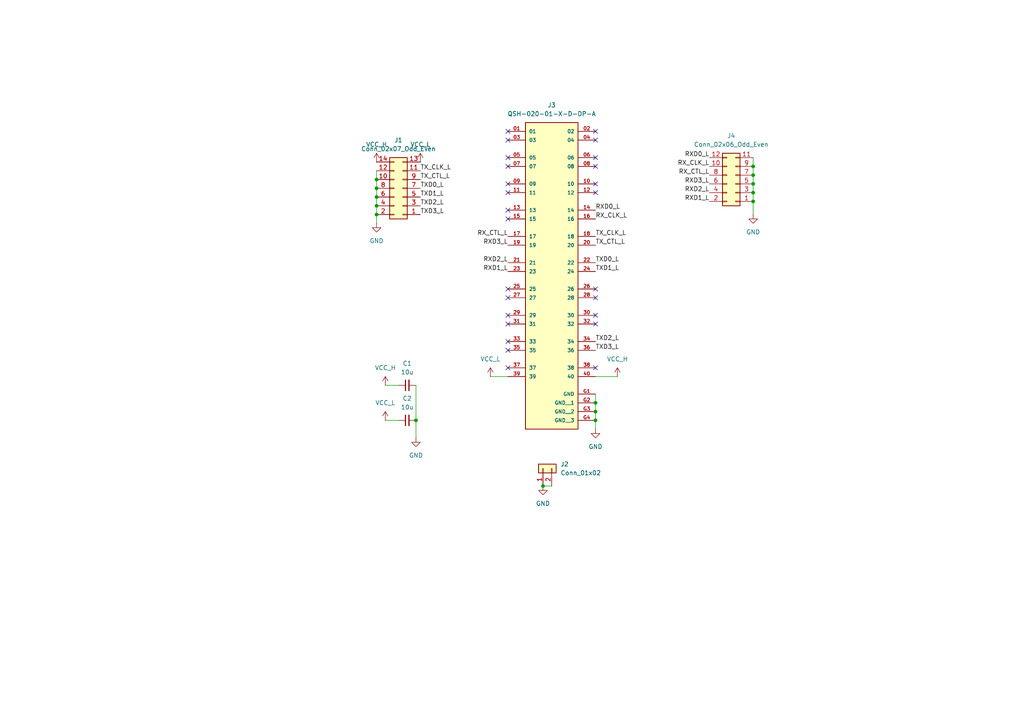
<source format=kicad_sch>
(kicad_sch (version 20231120) (generator "eeschema") (generator_version "8.0")
  (paper "A4")
  (lib_symbols
    (symbol "Connector_Generic:Conn_01x02" (pin_names (offset 1.016) hide)
      (property "Reference" "J" (at 0 2.54 0))
      (property "Value" "Conn_01x02" (at 0 -5.08 0))
      (symbol "Conn_01x02_1_1"
        (rectangle (start -1.27 -2.413) (end 0 -2.667) (stroke (width 0.1524)))
        (rectangle (start -1.27 0.127) (end 0 -0.127) (stroke (width 0.1524)))
        (rectangle (start -1.27 1.27) (end 1.27 -3.81) (stroke (width 0.254)) (fill (type background)))
        (pin passive line (at -5.08 0 0) (length 3.81) (name "Pin_1") (number "1"))
        (pin passive line (at -5.08 -2.54 0) (length 3.81) (name "Pin_2") (number "2"))
      )
    )
    (symbol "Connector_Generic:Conn_02x06_Odd_Even" (pin_names (offset 1.016) hide)
      (property "Reference" "J" (at 1.27 7.62 0))
      (property "Value" "Conn_02x06_Odd_Even" (at 1.27 -10.16 0))
      (symbol "Conn_02x06_Odd_Even_1_1"
        (rectangle (start -1.27 -7.493) (end 0 -7.747) (stroke (width 0.1524)))
        (rectangle (start -1.27 -4.953) (end 0 -5.207) (stroke (width 0.1524)))
        (rectangle (start -1.27 -2.413) (end 0 -2.667) (stroke (width 0.1524)))
        (rectangle (start -1.27 0.127) (end 0 -0.127) (stroke (width 0.1524)))
        (rectangle (start -1.27 2.667) (end 0 2.413) (stroke (width 0.1524)))
        (rectangle (start -1.27 5.207) (end 0 4.953) (stroke (width 0.1524)))
        (rectangle (start -1.27 6.35) (end 3.81 -8.89) (stroke (width 0.254)) (fill (type background)))
        (rectangle (start 3.81 -7.493) (end 2.54 -7.747) (stroke (width 0.1524)))
        (rectangle (start 3.81 -4.953) (end 2.54 -5.207) (stroke (width 0.1524)))
        (rectangle (start 3.81 -2.413) (end 2.54 -2.667) (stroke (width 0.1524)))
        (rectangle (start 3.81 0.127) (end 2.54 -0.127) (stroke (width 0.1524)))
        (rectangle (start 3.81 2.667) (end 2.54 2.413) (stroke (width 0.1524)))
        (rectangle (start 3.81 5.207) (end 2.54 4.953) (stroke (width 0.1524)))
        (pin passive line (at -5.08 5.08 0) (length 3.81) (name "Pin_1") (number "1"))
        (pin passive line (at 7.62 -5.08 180) (length 3.81) (name "Pin_10") (number "10"))
        (pin passive line (at -5.08 -7.62 0) (length 3.81) (name "Pin_11") (number "11"))
        (pin passive line (at 7.62 -7.62 180) (length 3.81) (name "Pin_12") (number "12"))
        (pin passive line (at 7.62 5.08 180) (length 3.81) (name "Pin_2") (number "2"))
        (pin passive line (at -5.08 2.54 0) (length 3.81) (name "Pin_3") (number "3"))
        (pin passive line (at 7.62 2.54 180) (length 3.81) (name "Pin_4") (number "4"))
        (pin passive line (at -5.08 0 0) (length 3.81) (name "Pin_5") (number "5"))
        (pin passive line (at 7.62 0 180) (length 3.81) (name "Pin_6") (number "6"))
        (pin passive line (at -5.08 -2.54 0) (length 3.81) (name "Pin_7") (number "7"))
        (pin passive line (at 7.62 -2.54 180) (length 3.81) (name "Pin_8") (number "8"))
        (pin passive line (at -5.08 -5.08 0) (length 3.81) (name "Pin_9") (number "9"))
      )
    )
    (symbol "Connector_Generic:Conn_02x07_Odd_Even" (pin_names (offset 1.016) hide)
      (property "Reference" "J" (at 1.27 10.16 0))
      (property "Value" "Conn_02x07_Odd_Even" (at 1.27 -10.16 0))
      (symbol "Conn_02x07_Odd_Even_1_1"
        (rectangle (start -1.27 -7.493) (end 0 -7.747) (stroke (width 0.1524)))
        (rectangle (start -1.27 -4.953) (end 0 -5.207) (stroke (width 0.1524)))
        (rectangle (start -1.27 -2.413) (end 0 -2.667) (stroke (width 0.1524)))
        (rectangle (start -1.27 0.127) (end 0 -0.127) (stroke (width 0.1524)))
        (rectangle (start -1.27 2.667) (end 0 2.413) (stroke (width 0.1524)))
        (rectangle (start -1.27 5.207) (end 0 4.953) (stroke (width 0.1524)))
        (rectangle (start -1.27 7.747) (end 0 7.493) (stroke (width 0.1524)))
        (rectangle (start -1.27 8.89) (end 3.81 -8.89) (stroke (width 0.254)) (fill (type background)))
        (rectangle (start 3.81 -7.493) (end 2.54 -7.747) (stroke (width 0.1524)))
        (rectangle (start 3.81 -4.953) (end 2.54 -5.207) (stroke (width 0.1524)))
        (rectangle (start 3.81 -2.413) (end 2.54 -2.667) (stroke (width 0.1524)))
        (rectangle (start 3.81 0.127) (end 2.54 -0.127) (stroke (width 0.1524)))
        (rectangle (start 3.81 2.667) (end 2.54 2.413) (stroke (width 0.1524)))
        (rectangle (start 3.81 5.207) (end 2.54 4.953) (stroke (width 0.1524)))
        (rectangle (start 3.81 7.747) (end 2.54 7.493) (stroke (width 0.1524)))
        (pin passive line (at -5.08 7.62 0) (length 3.81) (name "Pin_1") (number "1"))
        (pin passive line (at 7.62 -2.54 180) (length 3.81) (name "Pin_10") (number "10"))
        (pin passive line (at -5.08 -5.08 0) (length 3.81) (name "Pin_11") (number "11"))
        (pin passive line (at 7.62 -5.08 180) (length 3.81) (name "Pin_12") (number "12"))
        (pin passive line (at -5.08 -7.62 0) (length 3.81) (name "Pin_13") (number "13"))
        (pin passive line (at 7.62 -7.62 180) (length 3.81) (name "Pin_14") (number "14"))
        (pin passive line (at 7.62 7.62 180) (length 3.81) (name "Pin_2") (number "2"))
        (pin passive line (at -5.08 5.08 0) (length 3.81) (name "Pin_3") (number "3"))
        (pin passive line (at 7.62 5.08 180) (length 3.81) (name "Pin_4") (number "4"))
        (pin passive line (at -5.08 2.54 0) (length 3.81) (name "Pin_5") (number "5"))
        (pin passive line (at 7.62 2.54 180) (length 3.81) (name "Pin_6") (number "6"))
        (pin passive line (at -5.08 0 0) (length 3.81) (name "Pin_7") (number "7"))
        (pin passive line (at 7.62 0 180) (length 3.81) (name "Pin_8") (number "8"))
        (pin passive line (at -5.08 -2.54 0) (length 3.81) (name "Pin_9") (number "9"))
      )
    )
    (symbol "Device:C_Small" (pin_numbers hide) (pin_names (offset 0.254) hide)
      (property "Reference" "C" (at 0.254 1.778 0))
      (property "Value" "C_Small" (at 0.254 -2.032 0))
      (symbol "C_Small_0_1"
        (polyline (pts (xy -1.524 -0.508) (xy 1.524 -0.508)) (stroke (width 0.3302)))
        (polyline (pts (xy -1.524 0.508) (xy 1.524 0.508)) (stroke (width 0.3048)))
      )
      (symbol "C_Small_1_1"
        (pin passive line (at 0 2.54 270) (length 2.032) (name "~") (number "1"))
        (pin passive line (at 0 -2.54 90) (length 2.032) (name "~") (number "2"))
      )
    )
    (symbol "QSH-020-01-X-D-DP-A:QSH-020-01-X-D-DP-A" (pin_names (offset 1.016))
      (property "Reference" "J" (at -7.62 41.91 0))
      (property "Value" "QSH-020-01-X-D-DP-A" (at -7.62 -50.8 0))
      (symbol "QSH-020-01-X-D-DP-A_0_0"
        (rectangle (start -7.62 -48.26) (end 7.62 40.64) (stroke (width 0.254)) (fill (type background)))
        (pin passive line (at -12.7 38.1 0) (length 5.08) (name "01") (number "01"))
        (pin passive line (at 12.7 38.1 180) (length 5.08) (name "02") (number "02"))
        (pin passive line (at -12.7 35.56 0) (length 5.08) (name "03") (number "03"))
        (pin passive line (at 12.7 35.56 180) (length 5.08) (name "04") (number "04"))
        (pin passive line (at -12.7 30.48 0) (length 5.08) (name "05") (number "05"))
        (pin passive line (at 12.7 30.48 180) (length 5.08) (name "06") (number "06"))
        (pin passive line (at -12.7 27.94 0) (length 5.08) (name "07") (number "07"))
        (pin passive line (at 12.7 27.94 180) (length 5.08) (name "08") (number "08"))
        (pin passive line (at -12.7 22.86 0) (length 5.08) (name "09") (number "09"))
        (pin passive line (at 12.7 22.86 180) (length 5.08) (name "10") (number "10"))
        (pin passive line (at -12.7 20.32 0) (length 5.08) (name "11") (number "11"))
        (pin passive line (at 12.7 20.32 180) (length 5.08) (name "12") (number "12"))
        (pin passive line (at -12.7 15.24 0) (length 5.08) (name "13") (number "13"))
        (pin passive line (at 12.7 15.24 180) (length 5.08) (name "14") (number "14"))
        (pin passive line (at -12.7 12.7 0) (length 5.08) (name "15") (number "15"))
        (pin passive line (at 12.7 12.7 180) (length 5.08) (name "16") (number "16"))
        (pin passive line (at -12.7 7.62 0) (length 5.08) (name "17") (number "17"))
        (pin passive line (at 12.7 7.62 180) (length 5.08) (name "18") (number "18"))
        (pin passive line (at -12.7 5.08 0) (length 5.08) (name "19") (number "19"))
        (pin passive line (at 12.7 5.08 180) (length 5.08) (name "20") (number "20"))
        (pin passive line (at -12.7 0 0) (length 5.08) (name "21") (number "21"))
        (pin passive line (at 12.7 0 180) (length 5.08) (name "22") (number "22"))
        (pin passive line (at -12.7 -2.54 0) (length 5.08) (name "23") (number "23"))
        (pin passive line (at 12.7 -2.54 180) (length 5.08) (name "24") (number "24"))
        (pin passive line (at -12.7 -7.62 0) (length 5.08) (name "25") (number "25"))
        (pin passive line (at 12.7 -7.62 180) (length 5.08) (name "26") (number "26"))
        (pin passive line (at -12.7 -10.16 0) (length 5.08) (name "27") (number "27"))
        (pin passive line (at 12.7 -10.16 180) (length 5.08) (name "28") (number "28"))
        (pin passive line (at -12.7 -15.24 0) (length 5.08) (name "29") (number "29"))
        (pin passive line (at 12.7 -15.24 180) (length 5.08) (name "30") (number "30"))
        (pin passive line (at -12.7 -17.78 0) (length 5.08) (name "31") (number "31"))
        (pin passive line (at 12.7 -17.78 180) (length 5.08) (name "32") (number "32"))
        (pin passive line (at -12.7 -22.86 0) (length 5.08) (name "33") (number "33"))
        (pin passive line (at 12.7 -22.86 180) (length 5.08) (name "34") (number "34"))
        (pin passive line (at -12.7 -25.4 0) (length 5.08) (name "35") (number "35"))
        (pin passive line (at 12.7 -25.4 180) (length 5.08) (name "36") (number "36"))
        (pin passive line (at -12.7 -30.48 0) (length 5.08) (name "37") (number "37"))
        (pin passive line (at 12.7 -30.48 180) (length 5.08) (name "38") (number "38"))
        (pin passive line (at -12.7 -33.02 0) (length 5.08) (name "39") (number "39"))
        (pin passive line (at 12.7 -33.02 180) (length 5.08) (name "40") (number "40"))
        (pin power_in line (at 12.7 -38.1 180) (length 5.08) (name "GND") (number "G1"))
        (pin power_in line (at 12.7 -40.64 180) (length 5.08) (name "GND__1") (number "G2"))
        (pin power_in line (at 12.7 -43.18 180) (length 5.08) (name "GND__2") (number "G3"))
        (pin power_in line (at 12.7 -45.72 180) (length 5.08) (name "GND__3") (number "G4"))
      )
    )
    (symbol "power:GND" (power) (pin_numbers hide) (pin_names (offset 0) hide)
      (property "Value" "GND" (at 0 -3.81 0))
      (symbol "GND_0_1"
        (polyline (pts (xy 0 0) (xy 0 -1.27) (xy 1.27 -1.27) (xy 0 -2.54) (xy -1.27 -1.27) (xy 0 -1.27)))
      )
      (symbol "GND_1_1"
        (pin power_in line (at 0 0 270) (length 0) (name "~") (number "1"))
      )
    )
    (symbol "power:VCC" (power) (pin_numbers hide) (pin_names (offset 0) hide)
      (property "Value" "VCC" (at 0 3.556 0))
      (symbol "VCC_0_1"
        (polyline (pts (xy -0.762 1.27) (xy 0 2.54)))
        (polyline (pts (xy 0 0) (xy 0 2.54)))
        (polyline (pts (xy 0 2.54) (xy 0.762 1.27)))
      )
      (symbol "VCC_1_1"
        (pin power_in line (at 0 0 90) (length 0) (name "~") (number "1"))
      )
    )
  )
  (junction (at 157.48 140.97))
  (junction (at 109.22 57.15))
  (junction (at 218.44 55.88))
  (junction (at 109.22 52.07))
  (junction (at 109.22 59.69))
  (junction (at 109.22 62.23))
  (junction (at 218.44 48.26))
  (junction (at 172.72 119.38))
  (junction (at 218.44 53.34))
  (junction (at 218.44 58.42))
  (junction (at 120.65 121.92))
  (junction (at 172.72 116.84))
  (junction (at 218.44 50.8))
  (junction (at 172.72 121.92))
  (junction (at 109.22 54.61))
  (no_connect (at 172.72 55.88))
  (no_connect (at 172.72 38.1))
  (no_connect (at 172.72 45.72))
  (no_connect (at 147.32 63.5))
  (no_connect (at 147.32 38.1))
  (no_connect (at 147.32 99.06))
  (no_connect (at 147.32 40.64))
  (no_connect (at 172.72 53.34))
  (no_connect (at 147.32 60.96))
  (no_connect (at 172.72 106.68))
  (no_connect (at 172.72 91.44))
  (no_connect (at 147.32 93.98))
  (no_connect (at 147.32 91.44))
  (no_connect (at 147.32 55.88))
  (no_connect (at 147.32 48.26))
  (no_connect (at 172.72 93.98))
  (no_connect (at 147.32 83.82))
  (no_connect (at 172.72 40.64))
  (no_connect (at 147.32 106.68))
  (no_connect (at 172.72 86.36))
  (no_connect (at 147.32 101.6))
  (no_connect (at 147.32 53.34))
  (no_connect (at 147.32 86.36))
  (no_connect (at 172.72 83.82))
  (no_connect (at 172.72 48.26))
  (no_connect (at 147.32 45.72))
  (wire (pts (xy 172.72 119.38) (xy 172.72 121.92)))
  (wire (pts (xy 218.44 45.72) (xy 218.44 48.26)))
  (wire (pts (xy 172.72 109.22) (xy 179.07 109.22)))
  (wire (pts (xy 157.48 140.97) (xy 160.02 140.97)))
  (wire (pts (xy 111.76 111.76) (xy 115.57 111.76)))
  (wire (pts (xy 109.22 49.53) (xy 109.22 52.07)))
  (wire (pts (xy 218.44 58.42) (xy 218.44 62.23)))
  (wire (pts (xy 109.22 54.61) (xy 109.22 57.15)))
  (wire (pts (xy 142.24 109.22) (xy 147.32 109.22)))
  (wire (pts (xy 109.22 57.15) (xy 109.22 59.69)))
  (wire (pts (xy 172.72 116.84) (xy 172.72 119.38)))
  (wire (pts (xy 109.22 59.69) (xy 109.22 62.23)))
  (wire (pts (xy 109.22 62.23) (xy 109.22 64.77)))
  (wire (pts (xy 218.44 53.34) (xy 218.44 55.88)))
  (wire (pts (xy 111.76 121.92) (xy 115.57 121.92)))
  (wire (pts (xy 172.72 114.3) (xy 172.72 116.84)))
  (wire (pts (xy 218.44 50.8) (xy 218.44 53.34)))
  (wire (pts (xy 120.65 121.92) (xy 120.65 127)))
  (wire (pts (xy 218.44 55.88) (xy 218.44 58.42)))
  (wire (pts (xy 109.22 52.07) (xy 109.22 54.61)))
  (wire (pts (xy 120.65 111.76) (xy 120.65 121.92)))
  (wire (pts (xy 218.44 48.26) (xy 218.44 50.8)))
  (wire (pts (xy 172.72 121.92) (xy 172.72 124.46)))
  (label "RXD1_L" (at 147.32 78.74 180))
  (label "RXD3_L" (at 205.74 53.34 180))
  (label "TXD0_L" (at 121.92 54.61 0))
  (label "TXD3_L" (at 172.72 101.6 0))
  (label "RX_CLK_L" (at 172.72 63.5 0))
  (label "TXD2_L" (at 172.72 99.06 0))
  (label "RX_CLK_L" (at 205.74 48.26 180))
  (label "TXD1_L" (at 172.72 78.74 0))
  (label "TX_CTL_L" (at 172.72 71.12 0))
  (label "RXD0_L" (at 172.72 60.96 0))
  (label "TX_CLK_L" (at 172.72 68.58 0))
  (label "RXD2_L" (at 147.32 76.2 180))
  (label "RX_CTL_L" (at 205.74 50.8 180))
  (label "TXD1_L" (at 121.92 57.15 0))
  (label "TXD0_L" (at 172.72 76.2 0))
  (label "RX_CTL_L" (at 147.32 68.58 180))
  (label "TX_CLK_L" (at 121.92 49.53 0))
  (label "TXD2_L" (at 121.92 59.69 0))
  (label "RXD2_L" (at 205.74 55.88 180))
  (label "RXD1_L" (at 205.74 58.42 180))
  (label "RXD0_L" (at 205.74 45.72 180))
  (label "TXD3_L" (at 121.92 62.23 0))
  (label "RXD3_L" (at 147.32 71.12 180))
  (label "TX_CTL_L" (at 121.92 52.07 0))
  (symbol (lib_id "power:VCC") (at 111.76 111.76 0) (unit 1)
    (property "Reference" "#PWR07" (effects (hide yes)))
    (property "Value" "VCC_H" (at 111.76 106.68 0))
    (property "Description" "Power symbol creates a global label with name \"VCC\"" (effects (hide yes)))
  )
  (symbol (lib_id "power:VCC") (at 179.07 109.22 0) (unit 1)
    (property "Reference" "#PWR09" (effects (hide yes)))
    (property "Value" "VCC_H" (at 179.07 104.14 0))
    (property "Description" "Power symbol creates a global label with name \"VCC\"" (effects (hide yes)))
  )
  (symbol (lib_id "power:GND") (at 218.44 62.23 0) (unit 1)
    (property "Reference" "#PWR011" (effects (hide yes)))
    (property "Value" "GND" (at 218.44 67.31 0))
    (property "Description" "Power symbol creates a global label with name \"GND\" , ground" (effects (hide yes)))
  )
  (symbol (lib_id "QSH-020-01-X-D-DP-A:QSH-020-01-X-D-DP-A") (at 160.02 76.2 0) (unit 1)
    (property "Reference" "J3" (at 160.02 30.48 0))
    (property "Value" "QSH-020-01-X-D-DP-A" (at 160.02 33.02 0))
    (property "Footprint" "local:SAMTEC_QSH-020-01-X-D-DP-A" (effects (hide yes)))
    (property "PARTREV" "M" (effects (hide yes)))
    (property "MANUFACTURER" "Samtec" (effects (hide yes)))
    (property "MAXIMUM_PACKAGE_HEIGHT" "3.327 mm" (effects (hide yes)))
    (property "STANDARD" "Manufacturer Recommendations" (effects (hide yes)))
  )
  (symbol (lib_id "Connector_Generic:Conn_01x02") (at 157.48 135.89 90) (unit 1)
    (property "Reference" "J2" (at 162.56 134.6199 90) (effects (justify right)))
    (property "Value" "Conn_01x02" (at 162.56 137.1599 90) (effects (justify right)))
    (property "Footprint" "Connector_PinHeader_2.54mm:PinHeader_1x02_P2.54mm_Horizontal" (effects (hide yes)))
    (property "Description" "Generic connector, single row, 01x02, script generated (kicad-library-utils/schlib/autogen/connector/)" (effects (hide yes)))
  )
  (symbol (lib_id "power:VCC") (at 109.22 46.99 0) (unit 1)
    (property "Reference" "#PWR03" (effects (hide yes)))
    (property "Value" "VCC_H" (at 109.22 41.91 0))
    (property "Description" "Power symbol creates a global label with name \"VCC\"" (effects (hide yes)))
  )
  (symbol (lib_id "power:VCC") (at 142.24 109.22 0) (unit 1)
    (property "Reference" "#PWR010" (effects (hide yes)))
    (property "Value" "VCC_L" (at 142.24 104.14 0))
    (property "Description" "Power symbol creates a global label with name \"VCC\"" (effects (hide yes)))
  )
  (symbol (lib_id "Connector_Generic:Conn_02x07_Odd_Even") (at 116.84 54.61 180) (unit 1)
    (property "Reference" "J1" (at 115.57 40.64 0))
    (property "Value" "Conn_02x07_Odd_Even" (at 115.57 43.18 0))
    (property "Footprint" "Connector_PinHeader_2.54mm:PinHeader_2x07_P2.54mm_Vertical" (effects (hide yes)))
    (property "Description" "Generic connector, double row, 02x07, odd/even pin numbering scheme (row 1 odd numbers, row 2 even numbers), script generated (kicad-library-utils/schlib/autogen/connector/)" (effects (hide yes)))
  )
  (symbol (lib_id "power:GND") (at 120.65 127 0) (unit 1)
    (property "Reference" "#PWR02" (effects (hide yes)))
    (property "Value" "GND" (at 120.65 132.08 0))
    (property "Description" "Power symbol creates a global label with name \"GND\" , ground" (effects (hide yes)))
  )
  (symbol (lib_id "Device:C_Small") (at 118.11 111.76 90) (unit 1)
    (property "Reference" "C1" (at 118.1163 105.41 90))
    (property "Value" "10u" (at 118.1163 107.95 90))
    (property "Footprint" "Capacitor_SMD:C_0805_2012Metric" (effects (hide yes)))
    (property "Description" "Unpolarized capacitor, small symbol" (effects (hide yes)))
  )
  (symbol (lib_id "power:VCC") (at 111.76 121.92 0) (unit 1)
    (property "Reference" "#PWR08" (effects (hide yes)))
    (property "Value" "VCC_L" (at 111.76 116.84 0))
    (property "Description" "Power symbol creates a global label with name \"VCC\"" (effects (hide yes)))
  )
  (symbol (lib_id "power:VCC") (at 121.92 46.99 0) (unit 1)
    (property "Reference" "#PWR06" (effects (hide yes)))
    (property "Value" "VCC_L" (at 121.92 41.91 0))
    (property "Description" "Power symbol creates a global label with name \"VCC\"" (effects (hide yes)))
  )
  (symbol (lib_id "power:GND") (at 172.72 124.46 0) (unit 1)
    (property "Reference" "#PWR05" (effects (hide yes)))
    (property "Value" "GND" (at 172.72 129.54 0))
    (property "Description" "Power symbol creates a global label with name \"GND\" , ground" (effects (hide yes)))
  )
  (symbol (lib_id "Device:C_Small") (at 118.11 121.92 90) (unit 1)
    (property "Reference" "C2" (at 118.1163 115.57 90))
    (property "Value" "10u" (at 118.1163 118.11 90))
    (property "Footprint" "Capacitor_SMD:C_0805_2012Metric" (effects (hide yes)))
    (property "Description" "Unpolarized capacitor, small symbol" (effects (hide yes)))
  )
  (symbol (lib_id "Connector_Generic:Conn_02x06_Odd_Even") (at 213.36 53.34 180) (unit 1)
    (property "Reference" "J4" (at 212.09 39.37 0))
    (property "Value" "Conn_02x06_Odd_Even" (at 212.09 41.91 0))
    (property "Footprint" "Connector_PinHeader_2.54mm:PinHeader_2x06_P2.54mm_Vertical" (effects (hide yes)))
    (property "Description" "Generic connector, double row, 02x06, odd/even pin numbering scheme (row 1 odd numbers, row 2 even numbers), script generated (kicad-library-utils/schlib/autogen/connector/)" (effects (hide yes)))
  )
  (symbol (lib_id "power:GND") (at 109.22 64.77 0) (unit 1)
    (property "Reference" "#PWR01" (effects (hide yes)))
    (property "Value" "GND" (at 109.22 69.85 0))
    (property "Description" "Power symbol creates a global label with name \"GND\" , ground" (effects (hide yes)))
  )
  (symbol (lib_id "power:GND") (at 157.48 140.97 0) (unit 1)
    (property "Reference" "#PWR04" (effects (hide yes)))
    (property "Value" "GND" (at 157.48 146.05 0))
    (property "Description" "Power symbol creates a global label with name \"GND\" , ground" (effects (hide yes)))
  )
)
</source>
